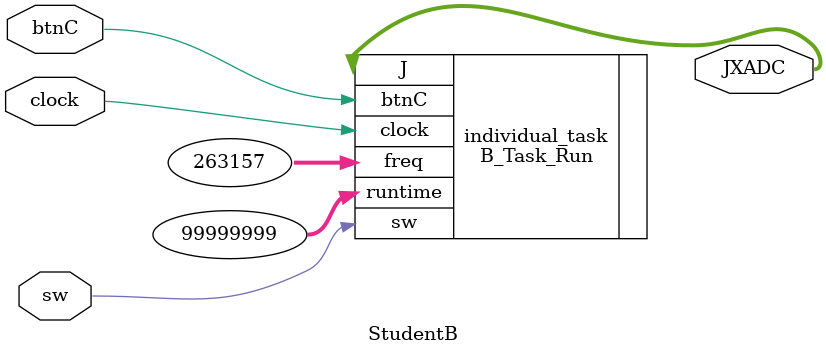
<source format=v>
`timescale 1ns / 1ps


module StudentB(
    input clock,
    input sw,
    input btnC,
    output [7:0] JXADC
    );
    
    //1 sec, 190Hz
     B_Task_Run individual_task (.clock(clock), .btnC(btnC), .sw(sw), .freq(263157), .runtime(99999999), 
    .J(JXADC));
    
endmodule

</source>
